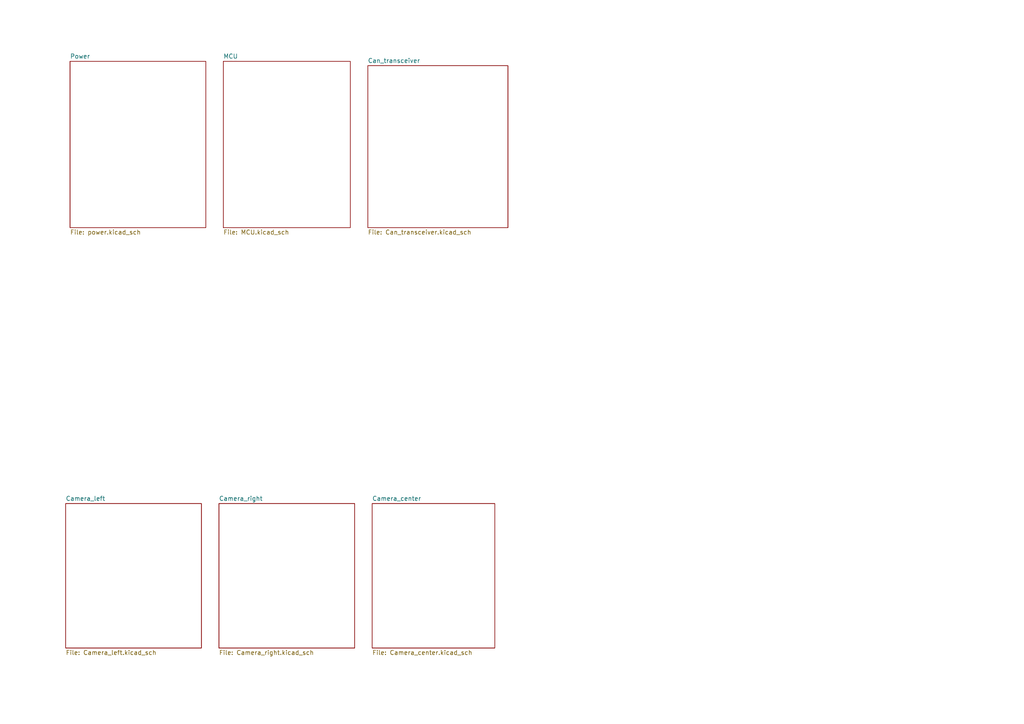
<source format=kicad_sch>
(kicad_sch
	(version 20250114)
	(generator "eeschema")
	(generator_version "9.0")
	(uuid "65068a32-f105-4204-b50e-234054c5a6d0")
	(paper "A4")
	(lib_symbols)
	(sheet
		(at 20.32 17.78)
		(size 39.37 48.26)
		(exclude_from_sim no)
		(in_bom yes)
		(on_board yes)
		(dnp no)
		(fields_autoplaced yes)
		(stroke
			(width 0.1524)
			(type solid)
		)
		(fill
			(color 0 0 0 0.0000)
		)
		(uuid "480e1df8-14aa-40df-bf4b-17bab0b9775f")
		(property "Sheetname" "Power"
			(at 20.32 17.0684 0)
			(effects
				(font
					(size 1.27 1.27)
				)
				(justify left bottom)
			)
		)
		(property "Sheetfile" "power.kicad_sch"
			(at 20.32 66.6246 0)
			(effects
				(font
					(size 1.27 1.27)
				)
				(justify left top)
			)
		)
		(instances
			(project "cameraBoardSchematic"
				(path "/65068a32-f105-4204-b50e-234054c5a6d0"
					(page "3")
				)
			)
		)
	)
	(sheet
		(at 64.77 17.78)
		(size 36.83 48.26)
		(exclude_from_sim no)
		(in_bom yes)
		(on_board yes)
		(dnp no)
		(fields_autoplaced yes)
		(stroke
			(width 0.1524)
			(type solid)
		)
		(fill
			(color 0 0 0 0.0000)
		)
		(uuid "5e494e8c-589b-4110-874f-f4b8b9240b86")
		(property "Sheetname" "MCU"
			(at 64.77 17.0684 0)
			(effects
				(font
					(size 1.27 1.27)
				)
				(justify left bottom)
			)
		)
		(property "Sheetfile" "MCU.kicad_sch"
			(at 64.77 66.6246 0)
			(effects
				(font
					(size 1.27 1.27)
				)
				(justify left top)
			)
		)
		(instances
			(project "cameraBoardSchematic"
				(path "/65068a32-f105-4204-b50e-234054c5a6d0"
					(page "2")
				)
			)
		)
	)
	(sheet
		(at 106.68 19.05)
		(size 40.64 46.99)
		(exclude_from_sim no)
		(in_bom yes)
		(on_board yes)
		(dnp no)
		(fields_autoplaced yes)
		(stroke
			(width 0.1524)
			(type solid)
		)
		(fill
			(color 0 0 0 0.0000)
		)
		(uuid "68311702-7edf-49e8-b5c7-4acffdefe23d")
		(property "Sheetname" "Can_transceiver"
			(at 106.68 18.3384 0)
			(effects
				(font
					(size 1.27 1.27)
				)
				(justify left bottom)
			)
		)
		(property "Sheetfile" "Can_transceiver.kicad_sch"
			(at 106.68 66.6246 0)
			(effects
				(font
					(size 1.27 1.27)
				)
				(justify left top)
			)
		)
		(instances
			(project "cameraBoardSchematic"
				(path "/65068a32-f105-4204-b50e-234054c5a6d0"
					(page "7")
				)
			)
		)
	)
	(sheet
		(at 107.95 146.05)
		(size 35.56 41.91)
		(exclude_from_sim no)
		(in_bom yes)
		(on_board yes)
		(dnp no)
		(fields_autoplaced yes)
		(stroke
			(width 0.1524)
			(type solid)
		)
		(fill
			(color 0 0 0 0.0000)
		)
		(uuid "74e3c2e3-591c-4dbb-bedb-b7f7db2a7e7f")
		(property "Sheetname" "Camera_center"
			(at 107.95 145.3384 0)
			(effects
				(font
					(size 1.27 1.27)
				)
				(justify left bottom)
			)
		)
		(property "Sheetfile" "Camera_center.kicad_sch"
			(at 107.95 188.5446 0)
			(effects
				(font
					(size 1.27 1.27)
				)
				(justify left top)
			)
		)
		(instances
			(project "cameraBoardSchematic"
				(path "/65068a32-f105-4204-b50e-234054c5a6d0"
					(page "6")
				)
			)
		)
	)
	(sheet
		(at 63.5 146.05)
		(size 39.37 41.91)
		(exclude_from_sim no)
		(in_bom yes)
		(on_board yes)
		(dnp no)
		(fields_autoplaced yes)
		(stroke
			(width 0.1524)
			(type solid)
		)
		(fill
			(color 0 0 0 0.0000)
		)
		(uuid "bf3de135-4611-4c7d-8878-73765f0881dd")
		(property "Sheetname" "Camera_right"
			(at 63.5 145.3384 0)
			(effects
				(font
					(size 1.27 1.27)
				)
				(justify left bottom)
			)
		)
		(property "Sheetfile" "Camera_right.kicad_sch"
			(at 63.5 188.5446 0)
			(effects
				(font
					(size 1.27 1.27)
				)
				(justify left top)
			)
		)
		(instances
			(project "cameraBoardSchematic"
				(path "/65068a32-f105-4204-b50e-234054c5a6d0"
					(page "5")
				)
			)
		)
	)
	(sheet
		(at 19.05 146.05)
		(size 39.37 41.91)
		(exclude_from_sim no)
		(in_bom yes)
		(on_board yes)
		(dnp no)
		(fields_autoplaced yes)
		(stroke
			(width 0.1524)
			(type solid)
		)
		(fill
			(color 0 0 0 0.0000)
		)
		(uuid "e8bd3566-d4f2-43cd-9088-441e27788299")
		(property "Sheetname" "Camera_left"
			(at 19.05 145.3384 0)
			(effects
				(font
					(size 1.27 1.27)
				)
				(justify left bottom)
			)
		)
		(property "Sheetfile" "Camera_left.kicad_sch"
			(at 19.05 188.5446 0)
			(effects
				(font
					(size 1.27 1.27)
				)
				(justify left top)
			)
		)
		(instances
			(project "cameraBoardSchematic"
				(path "/65068a32-f105-4204-b50e-234054c5a6d0"
					(page "4")
				)
			)
		)
	)
	(sheet_instances
		(path "/"
			(page "1")
		)
	)
	(embedded_fonts no)
)

</source>
